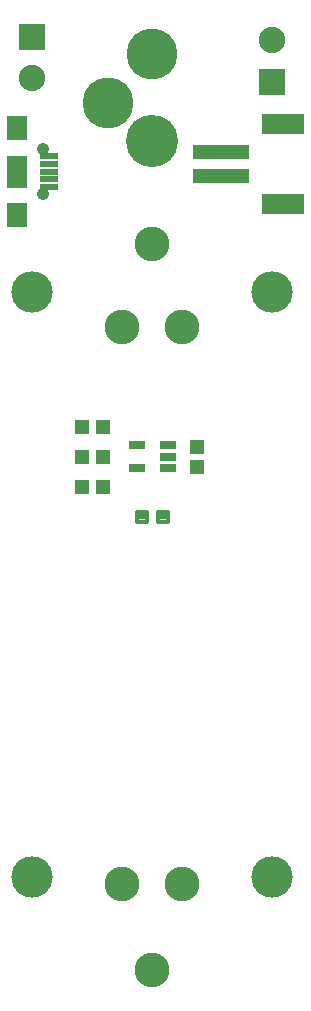
<source format=gts>
G75*
%MOIN*%
%OFA0B0*%
%FSLAX25Y25*%
%IPPOS*%
%LPD*%
%AMOC8*
5,1,8,0,0,1.08239X$1,22.5*
%
%ADD10R,0.05524X0.02965*%
%ADD11R,0.05131X0.04737*%
%ADD12R,0.04737X0.05131*%
%ADD13R,0.18910X0.04737*%
%ADD14R,0.14186X0.07099*%
%ADD15R,0.08800X0.08800*%
%ADD16C,0.08800*%
%ADD17C,0.17398*%
%ADD18C,0.17000*%
%ADD19C,0.01421*%
%ADD20C,0.11600*%
%ADD21C,0.13800*%
%ADD22R,0.06312X0.02375*%
%ADD23C,0.04146*%
%ADD24R,0.06693X0.07874*%
%ADD25R,0.06693X0.10630*%
D10*
X0163215Y0221260D03*
X0163215Y0228740D03*
X0173452Y0228740D03*
X0173452Y0225000D03*
X0173452Y0221260D03*
D11*
X0151680Y0225000D03*
X0144987Y0225000D03*
X0144987Y0215000D03*
X0151680Y0215000D03*
X0151680Y0235000D03*
X0144987Y0235000D03*
D12*
X0183333Y0228346D03*
X0183333Y0221654D03*
D13*
X0191266Y0318563D03*
X0191266Y0326437D03*
D14*
X0211739Y0335886D03*
X0211739Y0309114D03*
D15*
X0208333Y0350000D03*
X0128333Y0365000D03*
D16*
X0128333Y0351220D03*
X0208333Y0363780D03*
D17*
X0168333Y0330363D03*
D18*
X0153524Y0342874D03*
X0168233Y0359185D03*
D19*
X0163223Y0206658D02*
X0163223Y0203342D01*
X0163223Y0206658D02*
X0166539Y0206658D01*
X0166539Y0203342D01*
X0163223Y0203342D01*
X0163223Y0204762D02*
X0166539Y0204762D01*
X0166539Y0206182D02*
X0163223Y0206182D01*
X0170128Y0206658D02*
X0170128Y0203342D01*
X0170128Y0206658D02*
X0173444Y0206658D01*
X0173444Y0203342D01*
X0170128Y0203342D01*
X0170128Y0204762D02*
X0173444Y0204762D01*
X0173444Y0206182D02*
X0170128Y0206182D01*
D20*
X0178333Y0268189D03*
X0158333Y0268189D03*
X0168333Y0295937D03*
X0158333Y0082598D03*
X0178333Y0082598D03*
X0168333Y0054063D03*
D21*
X0128333Y0085000D03*
X0208333Y0085000D03*
X0208333Y0280000D03*
X0128333Y0280000D03*
D22*
X0133963Y0314882D03*
X0133963Y0317441D03*
X0133963Y0320000D03*
X0133963Y0322559D03*
X0133963Y0325118D03*
D23*
X0131995Y0327480D03*
X0131995Y0312520D03*
D24*
X0123333Y0305496D03*
X0123333Y0334504D03*
D25*
X0123333Y0320000D03*
M02*

</source>
